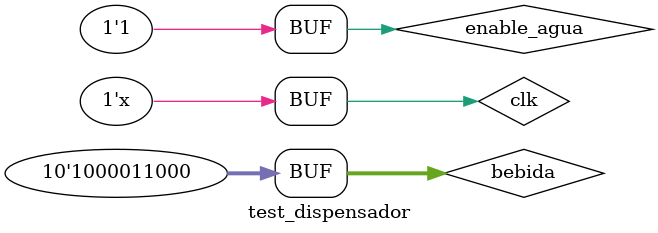
<source format=sv>
module test_dispensador();

logic clk = 0, enable_agua;
logic [9:0] bebida;
logic [2:0] counter;
logic led_agua, enable_cafe;


disp_agua test (clk, enable_agua, bebida[9:8], led_agua, enable_cafe, counter);

always #0.5 clk = ~clk;
initial begin

enable_agua = 1;
bebida = 10'b1000011000;


end

endmodule


</source>
